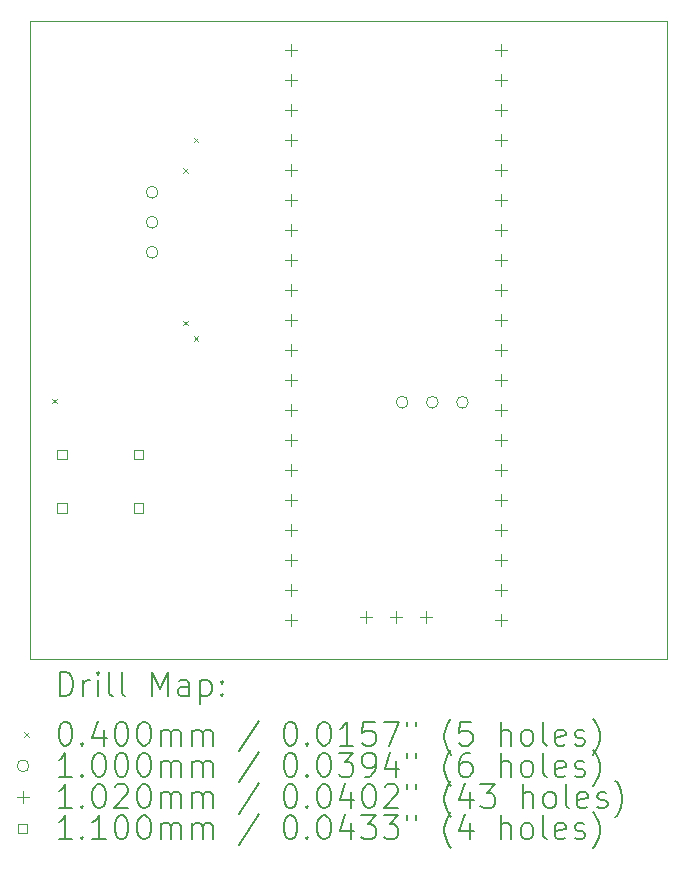
<source format=gbr>
%TF.GenerationSoftware,KiCad,Pcbnew,7.0.8*%
%TF.CreationDate,2023-10-07T15:53:17+09:00*%
%TF.ProjectId,KiCad,4b694361-642e-46b6-9963-61645f706362,rev?*%
%TF.SameCoordinates,PX41cdb40PY67f3540*%
%TF.FileFunction,Drillmap*%
%TF.FilePolarity,Positive*%
%FSLAX45Y45*%
G04 Gerber Fmt 4.5, Leading zero omitted, Abs format (unit mm)*
G04 Created by KiCad (PCBNEW 7.0.8) date 2023-10-07 15:53:17*
%MOMM*%
%LPD*%
G01*
G04 APERTURE LIST*
%ADD10C,0.100000*%
%ADD11C,0.200000*%
%ADD12C,0.040000*%
%ADD13C,0.102000*%
%ADD14C,0.110000*%
G04 APERTURE END LIST*
D10*
X5400000Y5400000D02*
X0Y5400000D01*
X0Y0D02*
X5400000Y0D01*
X0Y5400000D02*
X0Y0D01*
X5400000Y0D02*
X5400000Y5400000D01*
D11*
D12*
X190000Y2200000D02*
X230000Y2160000D01*
X230000Y2200000D02*
X190000Y2160000D01*
X1300000Y4150000D02*
X1340000Y4110000D01*
X1340000Y4150000D02*
X1300000Y4110000D01*
X1300000Y2860000D02*
X1340000Y2820000D01*
X1340000Y2860000D02*
X1300000Y2820000D01*
X1390000Y4410000D02*
X1430000Y4370000D01*
X1430000Y4410000D02*
X1390000Y4370000D01*
X1390000Y2730000D02*
X1430000Y2690000D01*
X1430000Y2730000D02*
X1390000Y2690000D01*
D10*
X1087500Y3948000D02*
G75*
G03*
X1087500Y3948000I-50000J0D01*
G01*
X1087500Y3694000D02*
G75*
G03*
X1087500Y3694000I-50000J0D01*
G01*
X1087500Y3440000D02*
G75*
G03*
X1087500Y3440000I-50000J0D01*
G01*
X3205000Y2170000D02*
G75*
G03*
X3205000Y2170000I-50000J0D01*
G01*
X3460000Y2170000D02*
G75*
G03*
X3460000Y2170000I-50000J0D01*
G01*
X3715000Y2170000D02*
G75*
G03*
X3715000Y2170000I-50000J0D01*
G01*
D13*
X2211000Y5204000D02*
X2211000Y5102000D01*
X2160000Y5153000D02*
X2262000Y5153000D01*
X2211000Y4950000D02*
X2211000Y4848000D01*
X2160000Y4899000D02*
X2262000Y4899000D01*
X2211000Y4696000D02*
X2211000Y4594000D01*
X2160000Y4645000D02*
X2262000Y4645000D01*
X2211000Y4442000D02*
X2211000Y4340000D01*
X2160000Y4391000D02*
X2262000Y4391000D01*
X2211000Y4188000D02*
X2211000Y4086000D01*
X2160000Y4137000D02*
X2262000Y4137000D01*
X2211000Y3934000D02*
X2211000Y3832000D01*
X2160000Y3883000D02*
X2262000Y3883000D01*
X2211000Y3680000D02*
X2211000Y3578000D01*
X2160000Y3629000D02*
X2262000Y3629000D01*
X2211000Y3426000D02*
X2211000Y3324000D01*
X2160000Y3375000D02*
X2262000Y3375000D01*
X2211000Y3172000D02*
X2211000Y3070000D01*
X2160000Y3121000D02*
X2262000Y3121000D01*
X2211000Y2918000D02*
X2211000Y2816000D01*
X2160000Y2867000D02*
X2262000Y2867000D01*
X2211000Y2664000D02*
X2211000Y2562000D01*
X2160000Y2613000D02*
X2262000Y2613000D01*
X2211000Y2410000D02*
X2211000Y2308000D01*
X2160000Y2359000D02*
X2262000Y2359000D01*
X2211000Y2156000D02*
X2211000Y2054000D01*
X2160000Y2105000D02*
X2262000Y2105000D01*
X2211000Y1902000D02*
X2211000Y1800000D01*
X2160000Y1851000D02*
X2262000Y1851000D01*
X2211000Y1648000D02*
X2211000Y1546000D01*
X2160000Y1597000D02*
X2262000Y1597000D01*
X2211000Y1394000D02*
X2211000Y1292000D01*
X2160000Y1343000D02*
X2262000Y1343000D01*
X2211000Y1140000D02*
X2211000Y1038000D01*
X2160000Y1089000D02*
X2262000Y1089000D01*
X2211000Y886000D02*
X2211000Y784000D01*
X2160000Y835000D02*
X2262000Y835000D01*
X2211000Y632000D02*
X2211000Y530000D01*
X2160000Y581000D02*
X2262000Y581000D01*
X2211000Y378000D02*
X2211000Y276000D01*
X2160000Y327000D02*
X2262000Y327000D01*
X2846000Y401000D02*
X2846000Y299000D01*
X2795000Y350000D02*
X2897000Y350000D01*
X3100000Y401000D02*
X3100000Y299000D01*
X3049000Y350000D02*
X3151000Y350000D01*
X3354000Y401000D02*
X3354000Y299000D01*
X3303000Y350000D02*
X3405000Y350000D01*
X3989000Y5204000D02*
X3989000Y5102000D01*
X3938000Y5153000D02*
X4040000Y5153000D01*
X3989000Y4950000D02*
X3989000Y4848000D01*
X3938000Y4899000D02*
X4040000Y4899000D01*
X3989000Y4696000D02*
X3989000Y4594000D01*
X3938000Y4645000D02*
X4040000Y4645000D01*
X3989000Y4442000D02*
X3989000Y4340000D01*
X3938000Y4391000D02*
X4040000Y4391000D01*
X3989000Y4188000D02*
X3989000Y4086000D01*
X3938000Y4137000D02*
X4040000Y4137000D01*
X3989000Y3934000D02*
X3989000Y3832000D01*
X3938000Y3883000D02*
X4040000Y3883000D01*
X3989000Y3680000D02*
X3989000Y3578000D01*
X3938000Y3629000D02*
X4040000Y3629000D01*
X3989000Y3426000D02*
X3989000Y3324000D01*
X3938000Y3375000D02*
X4040000Y3375000D01*
X3989000Y3172000D02*
X3989000Y3070000D01*
X3938000Y3121000D02*
X4040000Y3121000D01*
X3989000Y2918000D02*
X3989000Y2816000D01*
X3938000Y2867000D02*
X4040000Y2867000D01*
X3989000Y2664000D02*
X3989000Y2562000D01*
X3938000Y2613000D02*
X4040000Y2613000D01*
X3989000Y2410000D02*
X3989000Y2308000D01*
X3938000Y2359000D02*
X4040000Y2359000D01*
X3989000Y2156000D02*
X3989000Y2054000D01*
X3938000Y2105000D02*
X4040000Y2105000D01*
X3989000Y1902000D02*
X3989000Y1800000D01*
X3938000Y1851000D02*
X4040000Y1851000D01*
X3989000Y1648000D02*
X3989000Y1546000D01*
X3938000Y1597000D02*
X4040000Y1597000D01*
X3989000Y1394000D02*
X3989000Y1292000D01*
X3938000Y1343000D02*
X4040000Y1343000D01*
X3989000Y1140000D02*
X3989000Y1038000D01*
X3938000Y1089000D02*
X4040000Y1089000D01*
X3989000Y886000D02*
X3989000Y784000D01*
X3938000Y835000D02*
X4040000Y835000D01*
X3989000Y632000D02*
X3989000Y530000D01*
X3938000Y581000D02*
X4040000Y581000D01*
X3989000Y378000D02*
X3989000Y276000D01*
X3938000Y327000D02*
X4040000Y327000D01*
D14*
X313891Y1686109D02*
X313891Y1763891D01*
X236109Y1763891D01*
X236109Y1686109D01*
X313891Y1686109D01*
X313891Y1236109D02*
X313891Y1313891D01*
X236109Y1313891D01*
X236109Y1236109D01*
X313891Y1236109D01*
X963891Y1686109D02*
X963891Y1763891D01*
X886109Y1763891D01*
X886109Y1686109D01*
X963891Y1686109D01*
X963891Y1236109D02*
X963891Y1313891D01*
X886109Y1313891D01*
X886109Y1236109D01*
X963891Y1236109D01*
D11*
X255777Y-316484D02*
X255777Y-116484D01*
X255777Y-116484D02*
X303396Y-116484D01*
X303396Y-116484D02*
X331967Y-126008D01*
X331967Y-126008D02*
X351015Y-145055D01*
X351015Y-145055D02*
X360539Y-164103D01*
X360539Y-164103D02*
X370062Y-202198D01*
X370062Y-202198D02*
X370062Y-230769D01*
X370062Y-230769D02*
X360539Y-268865D01*
X360539Y-268865D02*
X351015Y-287912D01*
X351015Y-287912D02*
X331967Y-306960D01*
X331967Y-306960D02*
X303396Y-316484D01*
X303396Y-316484D02*
X255777Y-316484D01*
X455777Y-316484D02*
X455777Y-183150D01*
X455777Y-221246D02*
X465301Y-202198D01*
X465301Y-202198D02*
X474824Y-192674D01*
X474824Y-192674D02*
X493872Y-183150D01*
X493872Y-183150D02*
X512920Y-183150D01*
X579586Y-316484D02*
X579586Y-183150D01*
X579586Y-116484D02*
X570063Y-126008D01*
X570063Y-126008D02*
X579586Y-135531D01*
X579586Y-135531D02*
X589110Y-126008D01*
X589110Y-126008D02*
X579586Y-116484D01*
X579586Y-116484D02*
X579586Y-135531D01*
X703396Y-316484D02*
X684348Y-306960D01*
X684348Y-306960D02*
X674824Y-287912D01*
X674824Y-287912D02*
X674824Y-116484D01*
X808158Y-316484D02*
X789110Y-306960D01*
X789110Y-306960D02*
X779586Y-287912D01*
X779586Y-287912D02*
X779586Y-116484D01*
X1036729Y-316484D02*
X1036729Y-116484D01*
X1036729Y-116484D02*
X1103396Y-259341D01*
X1103396Y-259341D02*
X1170063Y-116484D01*
X1170063Y-116484D02*
X1170063Y-316484D01*
X1351015Y-316484D02*
X1351015Y-211722D01*
X1351015Y-211722D02*
X1341491Y-192674D01*
X1341491Y-192674D02*
X1322444Y-183150D01*
X1322444Y-183150D02*
X1284348Y-183150D01*
X1284348Y-183150D02*
X1265301Y-192674D01*
X1351015Y-306960D02*
X1331967Y-316484D01*
X1331967Y-316484D02*
X1284348Y-316484D01*
X1284348Y-316484D02*
X1265301Y-306960D01*
X1265301Y-306960D02*
X1255777Y-287912D01*
X1255777Y-287912D02*
X1255777Y-268865D01*
X1255777Y-268865D02*
X1265301Y-249817D01*
X1265301Y-249817D02*
X1284348Y-240293D01*
X1284348Y-240293D02*
X1331967Y-240293D01*
X1331967Y-240293D02*
X1351015Y-230769D01*
X1446253Y-183150D02*
X1446253Y-383150D01*
X1446253Y-192674D02*
X1465301Y-183150D01*
X1465301Y-183150D02*
X1503396Y-183150D01*
X1503396Y-183150D02*
X1522443Y-192674D01*
X1522443Y-192674D02*
X1531967Y-202198D01*
X1531967Y-202198D02*
X1541491Y-221246D01*
X1541491Y-221246D02*
X1541491Y-278389D01*
X1541491Y-278389D02*
X1531967Y-297436D01*
X1531967Y-297436D02*
X1522443Y-306960D01*
X1522443Y-306960D02*
X1503396Y-316484D01*
X1503396Y-316484D02*
X1465301Y-316484D01*
X1465301Y-316484D02*
X1446253Y-306960D01*
X1627205Y-297436D02*
X1636729Y-306960D01*
X1636729Y-306960D02*
X1627205Y-316484D01*
X1627205Y-316484D02*
X1617682Y-306960D01*
X1617682Y-306960D02*
X1627205Y-297436D01*
X1627205Y-297436D02*
X1627205Y-316484D01*
X1627205Y-192674D02*
X1636729Y-202198D01*
X1636729Y-202198D02*
X1627205Y-211722D01*
X1627205Y-211722D02*
X1617682Y-202198D01*
X1617682Y-202198D02*
X1627205Y-192674D01*
X1627205Y-192674D02*
X1627205Y-211722D01*
D12*
X-45000Y-625000D02*
X-5000Y-665000D01*
X-5000Y-625000D02*
X-45000Y-665000D01*
D11*
X293872Y-536484D02*
X312920Y-536484D01*
X312920Y-536484D02*
X331967Y-546008D01*
X331967Y-546008D02*
X341491Y-555531D01*
X341491Y-555531D02*
X351015Y-574579D01*
X351015Y-574579D02*
X360539Y-612674D01*
X360539Y-612674D02*
X360539Y-660293D01*
X360539Y-660293D02*
X351015Y-698389D01*
X351015Y-698389D02*
X341491Y-717436D01*
X341491Y-717436D02*
X331967Y-726960D01*
X331967Y-726960D02*
X312920Y-736484D01*
X312920Y-736484D02*
X293872Y-736484D01*
X293872Y-736484D02*
X274824Y-726960D01*
X274824Y-726960D02*
X265301Y-717436D01*
X265301Y-717436D02*
X255777Y-698389D01*
X255777Y-698389D02*
X246253Y-660293D01*
X246253Y-660293D02*
X246253Y-612674D01*
X246253Y-612674D02*
X255777Y-574579D01*
X255777Y-574579D02*
X265301Y-555531D01*
X265301Y-555531D02*
X274824Y-546008D01*
X274824Y-546008D02*
X293872Y-536484D01*
X446253Y-717436D02*
X455777Y-726960D01*
X455777Y-726960D02*
X446253Y-736484D01*
X446253Y-736484D02*
X436729Y-726960D01*
X436729Y-726960D02*
X446253Y-717436D01*
X446253Y-717436D02*
X446253Y-736484D01*
X627205Y-603150D02*
X627205Y-736484D01*
X579586Y-526960D02*
X531967Y-669817D01*
X531967Y-669817D02*
X655777Y-669817D01*
X770062Y-536484D02*
X789110Y-536484D01*
X789110Y-536484D02*
X808158Y-546008D01*
X808158Y-546008D02*
X817682Y-555531D01*
X817682Y-555531D02*
X827205Y-574579D01*
X827205Y-574579D02*
X836729Y-612674D01*
X836729Y-612674D02*
X836729Y-660293D01*
X836729Y-660293D02*
X827205Y-698389D01*
X827205Y-698389D02*
X817682Y-717436D01*
X817682Y-717436D02*
X808158Y-726960D01*
X808158Y-726960D02*
X789110Y-736484D01*
X789110Y-736484D02*
X770062Y-736484D01*
X770062Y-736484D02*
X751015Y-726960D01*
X751015Y-726960D02*
X741491Y-717436D01*
X741491Y-717436D02*
X731967Y-698389D01*
X731967Y-698389D02*
X722443Y-660293D01*
X722443Y-660293D02*
X722443Y-612674D01*
X722443Y-612674D02*
X731967Y-574579D01*
X731967Y-574579D02*
X741491Y-555531D01*
X741491Y-555531D02*
X751015Y-546008D01*
X751015Y-546008D02*
X770062Y-536484D01*
X960539Y-536484D02*
X979586Y-536484D01*
X979586Y-536484D02*
X998634Y-546008D01*
X998634Y-546008D02*
X1008158Y-555531D01*
X1008158Y-555531D02*
X1017682Y-574579D01*
X1017682Y-574579D02*
X1027205Y-612674D01*
X1027205Y-612674D02*
X1027205Y-660293D01*
X1027205Y-660293D02*
X1017682Y-698389D01*
X1017682Y-698389D02*
X1008158Y-717436D01*
X1008158Y-717436D02*
X998634Y-726960D01*
X998634Y-726960D02*
X979586Y-736484D01*
X979586Y-736484D02*
X960539Y-736484D01*
X960539Y-736484D02*
X941491Y-726960D01*
X941491Y-726960D02*
X931967Y-717436D01*
X931967Y-717436D02*
X922443Y-698389D01*
X922443Y-698389D02*
X912920Y-660293D01*
X912920Y-660293D02*
X912920Y-612674D01*
X912920Y-612674D02*
X922443Y-574579D01*
X922443Y-574579D02*
X931967Y-555531D01*
X931967Y-555531D02*
X941491Y-546008D01*
X941491Y-546008D02*
X960539Y-536484D01*
X1112920Y-736484D02*
X1112920Y-603150D01*
X1112920Y-622198D02*
X1122444Y-612674D01*
X1122444Y-612674D02*
X1141491Y-603150D01*
X1141491Y-603150D02*
X1170063Y-603150D01*
X1170063Y-603150D02*
X1189110Y-612674D01*
X1189110Y-612674D02*
X1198634Y-631722D01*
X1198634Y-631722D02*
X1198634Y-736484D01*
X1198634Y-631722D02*
X1208158Y-612674D01*
X1208158Y-612674D02*
X1227205Y-603150D01*
X1227205Y-603150D02*
X1255777Y-603150D01*
X1255777Y-603150D02*
X1274825Y-612674D01*
X1274825Y-612674D02*
X1284348Y-631722D01*
X1284348Y-631722D02*
X1284348Y-736484D01*
X1379586Y-736484D02*
X1379586Y-603150D01*
X1379586Y-622198D02*
X1389110Y-612674D01*
X1389110Y-612674D02*
X1408158Y-603150D01*
X1408158Y-603150D02*
X1436729Y-603150D01*
X1436729Y-603150D02*
X1455777Y-612674D01*
X1455777Y-612674D02*
X1465301Y-631722D01*
X1465301Y-631722D02*
X1465301Y-736484D01*
X1465301Y-631722D02*
X1474824Y-612674D01*
X1474824Y-612674D02*
X1493872Y-603150D01*
X1493872Y-603150D02*
X1522443Y-603150D01*
X1522443Y-603150D02*
X1541491Y-612674D01*
X1541491Y-612674D02*
X1551015Y-631722D01*
X1551015Y-631722D02*
X1551015Y-736484D01*
X1941491Y-526960D02*
X1770063Y-784103D01*
X2198634Y-536484D02*
X2217682Y-536484D01*
X2217682Y-536484D02*
X2236729Y-546008D01*
X2236729Y-546008D02*
X2246253Y-555531D01*
X2246253Y-555531D02*
X2255777Y-574579D01*
X2255777Y-574579D02*
X2265301Y-612674D01*
X2265301Y-612674D02*
X2265301Y-660293D01*
X2265301Y-660293D02*
X2255777Y-698389D01*
X2255777Y-698389D02*
X2246253Y-717436D01*
X2246253Y-717436D02*
X2236729Y-726960D01*
X2236729Y-726960D02*
X2217682Y-736484D01*
X2217682Y-736484D02*
X2198634Y-736484D01*
X2198634Y-736484D02*
X2179587Y-726960D01*
X2179587Y-726960D02*
X2170063Y-717436D01*
X2170063Y-717436D02*
X2160539Y-698389D01*
X2160539Y-698389D02*
X2151015Y-660293D01*
X2151015Y-660293D02*
X2151015Y-612674D01*
X2151015Y-612674D02*
X2160539Y-574579D01*
X2160539Y-574579D02*
X2170063Y-555531D01*
X2170063Y-555531D02*
X2179587Y-546008D01*
X2179587Y-546008D02*
X2198634Y-536484D01*
X2351015Y-717436D02*
X2360539Y-726960D01*
X2360539Y-726960D02*
X2351015Y-736484D01*
X2351015Y-736484D02*
X2341491Y-726960D01*
X2341491Y-726960D02*
X2351015Y-717436D01*
X2351015Y-717436D02*
X2351015Y-736484D01*
X2484348Y-536484D02*
X2503396Y-536484D01*
X2503396Y-536484D02*
X2522444Y-546008D01*
X2522444Y-546008D02*
X2531968Y-555531D01*
X2531968Y-555531D02*
X2541491Y-574579D01*
X2541491Y-574579D02*
X2551015Y-612674D01*
X2551015Y-612674D02*
X2551015Y-660293D01*
X2551015Y-660293D02*
X2541491Y-698389D01*
X2541491Y-698389D02*
X2531968Y-717436D01*
X2531968Y-717436D02*
X2522444Y-726960D01*
X2522444Y-726960D02*
X2503396Y-736484D01*
X2503396Y-736484D02*
X2484348Y-736484D01*
X2484348Y-736484D02*
X2465301Y-726960D01*
X2465301Y-726960D02*
X2455777Y-717436D01*
X2455777Y-717436D02*
X2446253Y-698389D01*
X2446253Y-698389D02*
X2436729Y-660293D01*
X2436729Y-660293D02*
X2436729Y-612674D01*
X2436729Y-612674D02*
X2446253Y-574579D01*
X2446253Y-574579D02*
X2455777Y-555531D01*
X2455777Y-555531D02*
X2465301Y-546008D01*
X2465301Y-546008D02*
X2484348Y-536484D01*
X2741491Y-736484D02*
X2627206Y-736484D01*
X2684348Y-736484D02*
X2684348Y-536484D01*
X2684348Y-536484D02*
X2665301Y-565055D01*
X2665301Y-565055D02*
X2646253Y-584103D01*
X2646253Y-584103D02*
X2627206Y-593627D01*
X2922444Y-536484D02*
X2827206Y-536484D01*
X2827206Y-536484D02*
X2817682Y-631722D01*
X2817682Y-631722D02*
X2827206Y-622198D01*
X2827206Y-622198D02*
X2846253Y-612674D01*
X2846253Y-612674D02*
X2893872Y-612674D01*
X2893872Y-612674D02*
X2912920Y-622198D01*
X2912920Y-622198D02*
X2922444Y-631722D01*
X2922444Y-631722D02*
X2931967Y-650770D01*
X2931967Y-650770D02*
X2931967Y-698389D01*
X2931967Y-698389D02*
X2922444Y-717436D01*
X2922444Y-717436D02*
X2912920Y-726960D01*
X2912920Y-726960D02*
X2893872Y-736484D01*
X2893872Y-736484D02*
X2846253Y-736484D01*
X2846253Y-736484D02*
X2827206Y-726960D01*
X2827206Y-726960D02*
X2817682Y-717436D01*
X2998634Y-536484D02*
X3131967Y-536484D01*
X3131967Y-536484D02*
X3046253Y-736484D01*
X3198634Y-536484D02*
X3198634Y-574579D01*
X3274825Y-536484D02*
X3274825Y-574579D01*
X3570063Y-812674D02*
X3560539Y-803150D01*
X3560539Y-803150D02*
X3541491Y-774579D01*
X3541491Y-774579D02*
X3531968Y-755531D01*
X3531968Y-755531D02*
X3522444Y-726960D01*
X3522444Y-726960D02*
X3512920Y-679341D01*
X3512920Y-679341D02*
X3512920Y-641246D01*
X3512920Y-641246D02*
X3522444Y-593627D01*
X3522444Y-593627D02*
X3531968Y-565055D01*
X3531968Y-565055D02*
X3541491Y-546008D01*
X3541491Y-546008D02*
X3560539Y-517436D01*
X3560539Y-517436D02*
X3570063Y-507912D01*
X3741491Y-536484D02*
X3646253Y-536484D01*
X3646253Y-536484D02*
X3636729Y-631722D01*
X3636729Y-631722D02*
X3646253Y-622198D01*
X3646253Y-622198D02*
X3665301Y-612674D01*
X3665301Y-612674D02*
X3712920Y-612674D01*
X3712920Y-612674D02*
X3731968Y-622198D01*
X3731968Y-622198D02*
X3741491Y-631722D01*
X3741491Y-631722D02*
X3751015Y-650770D01*
X3751015Y-650770D02*
X3751015Y-698389D01*
X3751015Y-698389D02*
X3741491Y-717436D01*
X3741491Y-717436D02*
X3731968Y-726960D01*
X3731968Y-726960D02*
X3712920Y-736484D01*
X3712920Y-736484D02*
X3665301Y-736484D01*
X3665301Y-736484D02*
X3646253Y-726960D01*
X3646253Y-726960D02*
X3636729Y-717436D01*
X3989110Y-736484D02*
X3989110Y-536484D01*
X4074825Y-736484D02*
X4074825Y-631722D01*
X4074825Y-631722D02*
X4065301Y-612674D01*
X4065301Y-612674D02*
X4046253Y-603150D01*
X4046253Y-603150D02*
X4017682Y-603150D01*
X4017682Y-603150D02*
X3998634Y-612674D01*
X3998634Y-612674D02*
X3989110Y-622198D01*
X4198634Y-736484D02*
X4179587Y-726960D01*
X4179587Y-726960D02*
X4170063Y-717436D01*
X4170063Y-717436D02*
X4160539Y-698389D01*
X4160539Y-698389D02*
X4160539Y-641246D01*
X4160539Y-641246D02*
X4170063Y-622198D01*
X4170063Y-622198D02*
X4179587Y-612674D01*
X4179587Y-612674D02*
X4198634Y-603150D01*
X4198634Y-603150D02*
X4227206Y-603150D01*
X4227206Y-603150D02*
X4246253Y-612674D01*
X4246253Y-612674D02*
X4255777Y-622198D01*
X4255777Y-622198D02*
X4265301Y-641246D01*
X4265301Y-641246D02*
X4265301Y-698389D01*
X4265301Y-698389D02*
X4255777Y-717436D01*
X4255777Y-717436D02*
X4246253Y-726960D01*
X4246253Y-726960D02*
X4227206Y-736484D01*
X4227206Y-736484D02*
X4198634Y-736484D01*
X4379587Y-736484D02*
X4360539Y-726960D01*
X4360539Y-726960D02*
X4351015Y-707912D01*
X4351015Y-707912D02*
X4351015Y-536484D01*
X4531968Y-726960D02*
X4512920Y-736484D01*
X4512920Y-736484D02*
X4474825Y-736484D01*
X4474825Y-736484D02*
X4455777Y-726960D01*
X4455777Y-726960D02*
X4446253Y-707912D01*
X4446253Y-707912D02*
X4446253Y-631722D01*
X4446253Y-631722D02*
X4455777Y-612674D01*
X4455777Y-612674D02*
X4474825Y-603150D01*
X4474825Y-603150D02*
X4512920Y-603150D01*
X4512920Y-603150D02*
X4531968Y-612674D01*
X4531968Y-612674D02*
X4541492Y-631722D01*
X4541492Y-631722D02*
X4541492Y-650770D01*
X4541492Y-650770D02*
X4446253Y-669817D01*
X4617682Y-726960D02*
X4636730Y-736484D01*
X4636730Y-736484D02*
X4674825Y-736484D01*
X4674825Y-736484D02*
X4693873Y-726960D01*
X4693873Y-726960D02*
X4703396Y-707912D01*
X4703396Y-707912D02*
X4703396Y-698389D01*
X4703396Y-698389D02*
X4693873Y-679341D01*
X4693873Y-679341D02*
X4674825Y-669817D01*
X4674825Y-669817D02*
X4646253Y-669817D01*
X4646253Y-669817D02*
X4627206Y-660293D01*
X4627206Y-660293D02*
X4617682Y-641246D01*
X4617682Y-641246D02*
X4617682Y-631722D01*
X4617682Y-631722D02*
X4627206Y-612674D01*
X4627206Y-612674D02*
X4646253Y-603150D01*
X4646253Y-603150D02*
X4674825Y-603150D01*
X4674825Y-603150D02*
X4693873Y-612674D01*
X4770063Y-812674D02*
X4779587Y-803150D01*
X4779587Y-803150D02*
X4798634Y-774579D01*
X4798634Y-774579D02*
X4808158Y-755531D01*
X4808158Y-755531D02*
X4817682Y-726960D01*
X4817682Y-726960D02*
X4827206Y-679341D01*
X4827206Y-679341D02*
X4827206Y-641246D01*
X4827206Y-641246D02*
X4817682Y-593627D01*
X4817682Y-593627D02*
X4808158Y-565055D01*
X4808158Y-565055D02*
X4798634Y-546008D01*
X4798634Y-546008D02*
X4779587Y-517436D01*
X4779587Y-517436D02*
X4770063Y-507912D01*
D10*
X-5000Y-909000D02*
G75*
G03*
X-5000Y-909000I-50000J0D01*
G01*
D11*
X360539Y-1000484D02*
X246253Y-1000484D01*
X303396Y-1000484D02*
X303396Y-800484D01*
X303396Y-800484D02*
X284348Y-829055D01*
X284348Y-829055D02*
X265301Y-848103D01*
X265301Y-848103D02*
X246253Y-857627D01*
X446253Y-981436D02*
X455777Y-990960D01*
X455777Y-990960D02*
X446253Y-1000484D01*
X446253Y-1000484D02*
X436729Y-990960D01*
X436729Y-990960D02*
X446253Y-981436D01*
X446253Y-981436D02*
X446253Y-1000484D01*
X579586Y-800484D02*
X598634Y-800484D01*
X598634Y-800484D02*
X617682Y-810008D01*
X617682Y-810008D02*
X627205Y-819531D01*
X627205Y-819531D02*
X636729Y-838579D01*
X636729Y-838579D02*
X646253Y-876674D01*
X646253Y-876674D02*
X646253Y-924293D01*
X646253Y-924293D02*
X636729Y-962388D01*
X636729Y-962388D02*
X627205Y-981436D01*
X627205Y-981436D02*
X617682Y-990960D01*
X617682Y-990960D02*
X598634Y-1000484D01*
X598634Y-1000484D02*
X579586Y-1000484D01*
X579586Y-1000484D02*
X560539Y-990960D01*
X560539Y-990960D02*
X551015Y-981436D01*
X551015Y-981436D02*
X541491Y-962388D01*
X541491Y-962388D02*
X531967Y-924293D01*
X531967Y-924293D02*
X531967Y-876674D01*
X531967Y-876674D02*
X541491Y-838579D01*
X541491Y-838579D02*
X551015Y-819531D01*
X551015Y-819531D02*
X560539Y-810008D01*
X560539Y-810008D02*
X579586Y-800484D01*
X770062Y-800484D02*
X789110Y-800484D01*
X789110Y-800484D02*
X808158Y-810008D01*
X808158Y-810008D02*
X817682Y-819531D01*
X817682Y-819531D02*
X827205Y-838579D01*
X827205Y-838579D02*
X836729Y-876674D01*
X836729Y-876674D02*
X836729Y-924293D01*
X836729Y-924293D02*
X827205Y-962388D01*
X827205Y-962388D02*
X817682Y-981436D01*
X817682Y-981436D02*
X808158Y-990960D01*
X808158Y-990960D02*
X789110Y-1000484D01*
X789110Y-1000484D02*
X770062Y-1000484D01*
X770062Y-1000484D02*
X751015Y-990960D01*
X751015Y-990960D02*
X741491Y-981436D01*
X741491Y-981436D02*
X731967Y-962388D01*
X731967Y-962388D02*
X722443Y-924293D01*
X722443Y-924293D02*
X722443Y-876674D01*
X722443Y-876674D02*
X731967Y-838579D01*
X731967Y-838579D02*
X741491Y-819531D01*
X741491Y-819531D02*
X751015Y-810008D01*
X751015Y-810008D02*
X770062Y-800484D01*
X960539Y-800484D02*
X979586Y-800484D01*
X979586Y-800484D02*
X998634Y-810008D01*
X998634Y-810008D02*
X1008158Y-819531D01*
X1008158Y-819531D02*
X1017682Y-838579D01*
X1017682Y-838579D02*
X1027205Y-876674D01*
X1027205Y-876674D02*
X1027205Y-924293D01*
X1027205Y-924293D02*
X1017682Y-962388D01*
X1017682Y-962388D02*
X1008158Y-981436D01*
X1008158Y-981436D02*
X998634Y-990960D01*
X998634Y-990960D02*
X979586Y-1000484D01*
X979586Y-1000484D02*
X960539Y-1000484D01*
X960539Y-1000484D02*
X941491Y-990960D01*
X941491Y-990960D02*
X931967Y-981436D01*
X931967Y-981436D02*
X922443Y-962388D01*
X922443Y-962388D02*
X912920Y-924293D01*
X912920Y-924293D02*
X912920Y-876674D01*
X912920Y-876674D02*
X922443Y-838579D01*
X922443Y-838579D02*
X931967Y-819531D01*
X931967Y-819531D02*
X941491Y-810008D01*
X941491Y-810008D02*
X960539Y-800484D01*
X1112920Y-1000484D02*
X1112920Y-867150D01*
X1112920Y-886198D02*
X1122444Y-876674D01*
X1122444Y-876674D02*
X1141491Y-867150D01*
X1141491Y-867150D02*
X1170063Y-867150D01*
X1170063Y-867150D02*
X1189110Y-876674D01*
X1189110Y-876674D02*
X1198634Y-895722D01*
X1198634Y-895722D02*
X1198634Y-1000484D01*
X1198634Y-895722D02*
X1208158Y-876674D01*
X1208158Y-876674D02*
X1227205Y-867150D01*
X1227205Y-867150D02*
X1255777Y-867150D01*
X1255777Y-867150D02*
X1274825Y-876674D01*
X1274825Y-876674D02*
X1284348Y-895722D01*
X1284348Y-895722D02*
X1284348Y-1000484D01*
X1379586Y-1000484D02*
X1379586Y-867150D01*
X1379586Y-886198D02*
X1389110Y-876674D01*
X1389110Y-876674D02*
X1408158Y-867150D01*
X1408158Y-867150D02*
X1436729Y-867150D01*
X1436729Y-867150D02*
X1455777Y-876674D01*
X1455777Y-876674D02*
X1465301Y-895722D01*
X1465301Y-895722D02*
X1465301Y-1000484D01*
X1465301Y-895722D02*
X1474824Y-876674D01*
X1474824Y-876674D02*
X1493872Y-867150D01*
X1493872Y-867150D02*
X1522443Y-867150D01*
X1522443Y-867150D02*
X1541491Y-876674D01*
X1541491Y-876674D02*
X1551015Y-895722D01*
X1551015Y-895722D02*
X1551015Y-1000484D01*
X1941491Y-790960D02*
X1770063Y-1048103D01*
X2198634Y-800484D02*
X2217682Y-800484D01*
X2217682Y-800484D02*
X2236729Y-810008D01*
X2236729Y-810008D02*
X2246253Y-819531D01*
X2246253Y-819531D02*
X2255777Y-838579D01*
X2255777Y-838579D02*
X2265301Y-876674D01*
X2265301Y-876674D02*
X2265301Y-924293D01*
X2265301Y-924293D02*
X2255777Y-962388D01*
X2255777Y-962388D02*
X2246253Y-981436D01*
X2246253Y-981436D02*
X2236729Y-990960D01*
X2236729Y-990960D02*
X2217682Y-1000484D01*
X2217682Y-1000484D02*
X2198634Y-1000484D01*
X2198634Y-1000484D02*
X2179587Y-990960D01*
X2179587Y-990960D02*
X2170063Y-981436D01*
X2170063Y-981436D02*
X2160539Y-962388D01*
X2160539Y-962388D02*
X2151015Y-924293D01*
X2151015Y-924293D02*
X2151015Y-876674D01*
X2151015Y-876674D02*
X2160539Y-838579D01*
X2160539Y-838579D02*
X2170063Y-819531D01*
X2170063Y-819531D02*
X2179587Y-810008D01*
X2179587Y-810008D02*
X2198634Y-800484D01*
X2351015Y-981436D02*
X2360539Y-990960D01*
X2360539Y-990960D02*
X2351015Y-1000484D01*
X2351015Y-1000484D02*
X2341491Y-990960D01*
X2341491Y-990960D02*
X2351015Y-981436D01*
X2351015Y-981436D02*
X2351015Y-1000484D01*
X2484348Y-800484D02*
X2503396Y-800484D01*
X2503396Y-800484D02*
X2522444Y-810008D01*
X2522444Y-810008D02*
X2531968Y-819531D01*
X2531968Y-819531D02*
X2541491Y-838579D01*
X2541491Y-838579D02*
X2551015Y-876674D01*
X2551015Y-876674D02*
X2551015Y-924293D01*
X2551015Y-924293D02*
X2541491Y-962388D01*
X2541491Y-962388D02*
X2531968Y-981436D01*
X2531968Y-981436D02*
X2522444Y-990960D01*
X2522444Y-990960D02*
X2503396Y-1000484D01*
X2503396Y-1000484D02*
X2484348Y-1000484D01*
X2484348Y-1000484D02*
X2465301Y-990960D01*
X2465301Y-990960D02*
X2455777Y-981436D01*
X2455777Y-981436D02*
X2446253Y-962388D01*
X2446253Y-962388D02*
X2436729Y-924293D01*
X2436729Y-924293D02*
X2436729Y-876674D01*
X2436729Y-876674D02*
X2446253Y-838579D01*
X2446253Y-838579D02*
X2455777Y-819531D01*
X2455777Y-819531D02*
X2465301Y-810008D01*
X2465301Y-810008D02*
X2484348Y-800484D01*
X2617682Y-800484D02*
X2741491Y-800484D01*
X2741491Y-800484D02*
X2674825Y-876674D01*
X2674825Y-876674D02*
X2703396Y-876674D01*
X2703396Y-876674D02*
X2722444Y-886198D01*
X2722444Y-886198D02*
X2731968Y-895722D01*
X2731968Y-895722D02*
X2741491Y-914769D01*
X2741491Y-914769D02*
X2741491Y-962388D01*
X2741491Y-962388D02*
X2731968Y-981436D01*
X2731968Y-981436D02*
X2722444Y-990960D01*
X2722444Y-990960D02*
X2703396Y-1000484D01*
X2703396Y-1000484D02*
X2646253Y-1000484D01*
X2646253Y-1000484D02*
X2627206Y-990960D01*
X2627206Y-990960D02*
X2617682Y-981436D01*
X2836729Y-1000484D02*
X2874825Y-1000484D01*
X2874825Y-1000484D02*
X2893872Y-990960D01*
X2893872Y-990960D02*
X2903396Y-981436D01*
X2903396Y-981436D02*
X2922444Y-952865D01*
X2922444Y-952865D02*
X2931967Y-914769D01*
X2931967Y-914769D02*
X2931967Y-838579D01*
X2931967Y-838579D02*
X2922444Y-819531D01*
X2922444Y-819531D02*
X2912920Y-810008D01*
X2912920Y-810008D02*
X2893872Y-800484D01*
X2893872Y-800484D02*
X2855777Y-800484D01*
X2855777Y-800484D02*
X2836729Y-810008D01*
X2836729Y-810008D02*
X2827206Y-819531D01*
X2827206Y-819531D02*
X2817682Y-838579D01*
X2817682Y-838579D02*
X2817682Y-886198D01*
X2817682Y-886198D02*
X2827206Y-905246D01*
X2827206Y-905246D02*
X2836729Y-914769D01*
X2836729Y-914769D02*
X2855777Y-924293D01*
X2855777Y-924293D02*
X2893872Y-924293D01*
X2893872Y-924293D02*
X2912920Y-914769D01*
X2912920Y-914769D02*
X2922444Y-905246D01*
X2922444Y-905246D02*
X2931967Y-886198D01*
X3103396Y-867150D02*
X3103396Y-1000484D01*
X3055777Y-790960D02*
X3008158Y-933817D01*
X3008158Y-933817D02*
X3131967Y-933817D01*
X3198634Y-800484D02*
X3198634Y-838579D01*
X3274825Y-800484D02*
X3274825Y-838579D01*
X3570063Y-1076674D02*
X3560539Y-1067150D01*
X3560539Y-1067150D02*
X3541491Y-1038579D01*
X3541491Y-1038579D02*
X3531968Y-1019531D01*
X3531968Y-1019531D02*
X3522444Y-990960D01*
X3522444Y-990960D02*
X3512920Y-943341D01*
X3512920Y-943341D02*
X3512920Y-905246D01*
X3512920Y-905246D02*
X3522444Y-857627D01*
X3522444Y-857627D02*
X3531968Y-829055D01*
X3531968Y-829055D02*
X3541491Y-810008D01*
X3541491Y-810008D02*
X3560539Y-781436D01*
X3560539Y-781436D02*
X3570063Y-771912D01*
X3731968Y-800484D02*
X3693872Y-800484D01*
X3693872Y-800484D02*
X3674825Y-810008D01*
X3674825Y-810008D02*
X3665301Y-819531D01*
X3665301Y-819531D02*
X3646253Y-848103D01*
X3646253Y-848103D02*
X3636729Y-886198D01*
X3636729Y-886198D02*
X3636729Y-962388D01*
X3636729Y-962388D02*
X3646253Y-981436D01*
X3646253Y-981436D02*
X3655777Y-990960D01*
X3655777Y-990960D02*
X3674825Y-1000484D01*
X3674825Y-1000484D02*
X3712920Y-1000484D01*
X3712920Y-1000484D02*
X3731968Y-990960D01*
X3731968Y-990960D02*
X3741491Y-981436D01*
X3741491Y-981436D02*
X3751015Y-962388D01*
X3751015Y-962388D02*
X3751015Y-914769D01*
X3751015Y-914769D02*
X3741491Y-895722D01*
X3741491Y-895722D02*
X3731968Y-886198D01*
X3731968Y-886198D02*
X3712920Y-876674D01*
X3712920Y-876674D02*
X3674825Y-876674D01*
X3674825Y-876674D02*
X3655777Y-886198D01*
X3655777Y-886198D02*
X3646253Y-895722D01*
X3646253Y-895722D02*
X3636729Y-914769D01*
X3989110Y-1000484D02*
X3989110Y-800484D01*
X4074825Y-1000484D02*
X4074825Y-895722D01*
X4074825Y-895722D02*
X4065301Y-876674D01*
X4065301Y-876674D02*
X4046253Y-867150D01*
X4046253Y-867150D02*
X4017682Y-867150D01*
X4017682Y-867150D02*
X3998634Y-876674D01*
X3998634Y-876674D02*
X3989110Y-886198D01*
X4198634Y-1000484D02*
X4179587Y-990960D01*
X4179587Y-990960D02*
X4170063Y-981436D01*
X4170063Y-981436D02*
X4160539Y-962388D01*
X4160539Y-962388D02*
X4160539Y-905246D01*
X4160539Y-905246D02*
X4170063Y-886198D01*
X4170063Y-886198D02*
X4179587Y-876674D01*
X4179587Y-876674D02*
X4198634Y-867150D01*
X4198634Y-867150D02*
X4227206Y-867150D01*
X4227206Y-867150D02*
X4246253Y-876674D01*
X4246253Y-876674D02*
X4255777Y-886198D01*
X4255777Y-886198D02*
X4265301Y-905246D01*
X4265301Y-905246D02*
X4265301Y-962388D01*
X4265301Y-962388D02*
X4255777Y-981436D01*
X4255777Y-981436D02*
X4246253Y-990960D01*
X4246253Y-990960D02*
X4227206Y-1000484D01*
X4227206Y-1000484D02*
X4198634Y-1000484D01*
X4379587Y-1000484D02*
X4360539Y-990960D01*
X4360539Y-990960D02*
X4351015Y-971912D01*
X4351015Y-971912D02*
X4351015Y-800484D01*
X4531968Y-990960D02*
X4512920Y-1000484D01*
X4512920Y-1000484D02*
X4474825Y-1000484D01*
X4474825Y-1000484D02*
X4455777Y-990960D01*
X4455777Y-990960D02*
X4446253Y-971912D01*
X4446253Y-971912D02*
X4446253Y-895722D01*
X4446253Y-895722D02*
X4455777Y-876674D01*
X4455777Y-876674D02*
X4474825Y-867150D01*
X4474825Y-867150D02*
X4512920Y-867150D01*
X4512920Y-867150D02*
X4531968Y-876674D01*
X4531968Y-876674D02*
X4541492Y-895722D01*
X4541492Y-895722D02*
X4541492Y-914769D01*
X4541492Y-914769D02*
X4446253Y-933817D01*
X4617682Y-990960D02*
X4636730Y-1000484D01*
X4636730Y-1000484D02*
X4674825Y-1000484D01*
X4674825Y-1000484D02*
X4693873Y-990960D01*
X4693873Y-990960D02*
X4703396Y-971912D01*
X4703396Y-971912D02*
X4703396Y-962388D01*
X4703396Y-962388D02*
X4693873Y-943341D01*
X4693873Y-943341D02*
X4674825Y-933817D01*
X4674825Y-933817D02*
X4646253Y-933817D01*
X4646253Y-933817D02*
X4627206Y-924293D01*
X4627206Y-924293D02*
X4617682Y-905246D01*
X4617682Y-905246D02*
X4617682Y-895722D01*
X4617682Y-895722D02*
X4627206Y-876674D01*
X4627206Y-876674D02*
X4646253Y-867150D01*
X4646253Y-867150D02*
X4674825Y-867150D01*
X4674825Y-867150D02*
X4693873Y-876674D01*
X4770063Y-1076674D02*
X4779587Y-1067150D01*
X4779587Y-1067150D02*
X4798634Y-1038579D01*
X4798634Y-1038579D02*
X4808158Y-1019531D01*
X4808158Y-1019531D02*
X4817682Y-990960D01*
X4817682Y-990960D02*
X4827206Y-943341D01*
X4827206Y-943341D02*
X4827206Y-905246D01*
X4827206Y-905246D02*
X4817682Y-857627D01*
X4817682Y-857627D02*
X4808158Y-829055D01*
X4808158Y-829055D02*
X4798634Y-810008D01*
X4798634Y-810008D02*
X4779587Y-781436D01*
X4779587Y-781436D02*
X4770063Y-771912D01*
D13*
X-56000Y-1122000D02*
X-56000Y-1224000D01*
X-107000Y-1173000D02*
X-5000Y-1173000D01*
D11*
X360539Y-1264484D02*
X246253Y-1264484D01*
X303396Y-1264484D02*
X303396Y-1064484D01*
X303396Y-1064484D02*
X284348Y-1093055D01*
X284348Y-1093055D02*
X265301Y-1112103D01*
X265301Y-1112103D02*
X246253Y-1121627D01*
X446253Y-1245436D02*
X455777Y-1254960D01*
X455777Y-1254960D02*
X446253Y-1264484D01*
X446253Y-1264484D02*
X436729Y-1254960D01*
X436729Y-1254960D02*
X446253Y-1245436D01*
X446253Y-1245436D02*
X446253Y-1264484D01*
X579586Y-1064484D02*
X598634Y-1064484D01*
X598634Y-1064484D02*
X617682Y-1074008D01*
X617682Y-1074008D02*
X627205Y-1083531D01*
X627205Y-1083531D02*
X636729Y-1102579D01*
X636729Y-1102579D02*
X646253Y-1140674D01*
X646253Y-1140674D02*
X646253Y-1188293D01*
X646253Y-1188293D02*
X636729Y-1226389D01*
X636729Y-1226389D02*
X627205Y-1245436D01*
X627205Y-1245436D02*
X617682Y-1254960D01*
X617682Y-1254960D02*
X598634Y-1264484D01*
X598634Y-1264484D02*
X579586Y-1264484D01*
X579586Y-1264484D02*
X560539Y-1254960D01*
X560539Y-1254960D02*
X551015Y-1245436D01*
X551015Y-1245436D02*
X541491Y-1226389D01*
X541491Y-1226389D02*
X531967Y-1188293D01*
X531967Y-1188293D02*
X531967Y-1140674D01*
X531967Y-1140674D02*
X541491Y-1102579D01*
X541491Y-1102579D02*
X551015Y-1083531D01*
X551015Y-1083531D02*
X560539Y-1074008D01*
X560539Y-1074008D02*
X579586Y-1064484D01*
X722443Y-1083531D02*
X731967Y-1074008D01*
X731967Y-1074008D02*
X751015Y-1064484D01*
X751015Y-1064484D02*
X798634Y-1064484D01*
X798634Y-1064484D02*
X817682Y-1074008D01*
X817682Y-1074008D02*
X827205Y-1083531D01*
X827205Y-1083531D02*
X836729Y-1102579D01*
X836729Y-1102579D02*
X836729Y-1121627D01*
X836729Y-1121627D02*
X827205Y-1150198D01*
X827205Y-1150198D02*
X712920Y-1264484D01*
X712920Y-1264484D02*
X836729Y-1264484D01*
X960539Y-1064484D02*
X979586Y-1064484D01*
X979586Y-1064484D02*
X998634Y-1074008D01*
X998634Y-1074008D02*
X1008158Y-1083531D01*
X1008158Y-1083531D02*
X1017682Y-1102579D01*
X1017682Y-1102579D02*
X1027205Y-1140674D01*
X1027205Y-1140674D02*
X1027205Y-1188293D01*
X1027205Y-1188293D02*
X1017682Y-1226389D01*
X1017682Y-1226389D02*
X1008158Y-1245436D01*
X1008158Y-1245436D02*
X998634Y-1254960D01*
X998634Y-1254960D02*
X979586Y-1264484D01*
X979586Y-1264484D02*
X960539Y-1264484D01*
X960539Y-1264484D02*
X941491Y-1254960D01*
X941491Y-1254960D02*
X931967Y-1245436D01*
X931967Y-1245436D02*
X922443Y-1226389D01*
X922443Y-1226389D02*
X912920Y-1188293D01*
X912920Y-1188293D02*
X912920Y-1140674D01*
X912920Y-1140674D02*
X922443Y-1102579D01*
X922443Y-1102579D02*
X931967Y-1083531D01*
X931967Y-1083531D02*
X941491Y-1074008D01*
X941491Y-1074008D02*
X960539Y-1064484D01*
X1112920Y-1264484D02*
X1112920Y-1131150D01*
X1112920Y-1150198D02*
X1122444Y-1140674D01*
X1122444Y-1140674D02*
X1141491Y-1131150D01*
X1141491Y-1131150D02*
X1170063Y-1131150D01*
X1170063Y-1131150D02*
X1189110Y-1140674D01*
X1189110Y-1140674D02*
X1198634Y-1159722D01*
X1198634Y-1159722D02*
X1198634Y-1264484D01*
X1198634Y-1159722D02*
X1208158Y-1140674D01*
X1208158Y-1140674D02*
X1227205Y-1131150D01*
X1227205Y-1131150D02*
X1255777Y-1131150D01*
X1255777Y-1131150D02*
X1274825Y-1140674D01*
X1274825Y-1140674D02*
X1284348Y-1159722D01*
X1284348Y-1159722D02*
X1284348Y-1264484D01*
X1379586Y-1264484D02*
X1379586Y-1131150D01*
X1379586Y-1150198D02*
X1389110Y-1140674D01*
X1389110Y-1140674D02*
X1408158Y-1131150D01*
X1408158Y-1131150D02*
X1436729Y-1131150D01*
X1436729Y-1131150D02*
X1455777Y-1140674D01*
X1455777Y-1140674D02*
X1465301Y-1159722D01*
X1465301Y-1159722D02*
X1465301Y-1264484D01*
X1465301Y-1159722D02*
X1474824Y-1140674D01*
X1474824Y-1140674D02*
X1493872Y-1131150D01*
X1493872Y-1131150D02*
X1522443Y-1131150D01*
X1522443Y-1131150D02*
X1541491Y-1140674D01*
X1541491Y-1140674D02*
X1551015Y-1159722D01*
X1551015Y-1159722D02*
X1551015Y-1264484D01*
X1941491Y-1054960D02*
X1770063Y-1312103D01*
X2198634Y-1064484D02*
X2217682Y-1064484D01*
X2217682Y-1064484D02*
X2236729Y-1074008D01*
X2236729Y-1074008D02*
X2246253Y-1083531D01*
X2246253Y-1083531D02*
X2255777Y-1102579D01*
X2255777Y-1102579D02*
X2265301Y-1140674D01*
X2265301Y-1140674D02*
X2265301Y-1188293D01*
X2265301Y-1188293D02*
X2255777Y-1226389D01*
X2255777Y-1226389D02*
X2246253Y-1245436D01*
X2246253Y-1245436D02*
X2236729Y-1254960D01*
X2236729Y-1254960D02*
X2217682Y-1264484D01*
X2217682Y-1264484D02*
X2198634Y-1264484D01*
X2198634Y-1264484D02*
X2179587Y-1254960D01*
X2179587Y-1254960D02*
X2170063Y-1245436D01*
X2170063Y-1245436D02*
X2160539Y-1226389D01*
X2160539Y-1226389D02*
X2151015Y-1188293D01*
X2151015Y-1188293D02*
X2151015Y-1140674D01*
X2151015Y-1140674D02*
X2160539Y-1102579D01*
X2160539Y-1102579D02*
X2170063Y-1083531D01*
X2170063Y-1083531D02*
X2179587Y-1074008D01*
X2179587Y-1074008D02*
X2198634Y-1064484D01*
X2351015Y-1245436D02*
X2360539Y-1254960D01*
X2360539Y-1254960D02*
X2351015Y-1264484D01*
X2351015Y-1264484D02*
X2341491Y-1254960D01*
X2341491Y-1254960D02*
X2351015Y-1245436D01*
X2351015Y-1245436D02*
X2351015Y-1264484D01*
X2484348Y-1064484D02*
X2503396Y-1064484D01*
X2503396Y-1064484D02*
X2522444Y-1074008D01*
X2522444Y-1074008D02*
X2531968Y-1083531D01*
X2531968Y-1083531D02*
X2541491Y-1102579D01*
X2541491Y-1102579D02*
X2551015Y-1140674D01*
X2551015Y-1140674D02*
X2551015Y-1188293D01*
X2551015Y-1188293D02*
X2541491Y-1226389D01*
X2541491Y-1226389D02*
X2531968Y-1245436D01*
X2531968Y-1245436D02*
X2522444Y-1254960D01*
X2522444Y-1254960D02*
X2503396Y-1264484D01*
X2503396Y-1264484D02*
X2484348Y-1264484D01*
X2484348Y-1264484D02*
X2465301Y-1254960D01*
X2465301Y-1254960D02*
X2455777Y-1245436D01*
X2455777Y-1245436D02*
X2446253Y-1226389D01*
X2446253Y-1226389D02*
X2436729Y-1188293D01*
X2436729Y-1188293D02*
X2436729Y-1140674D01*
X2436729Y-1140674D02*
X2446253Y-1102579D01*
X2446253Y-1102579D02*
X2455777Y-1083531D01*
X2455777Y-1083531D02*
X2465301Y-1074008D01*
X2465301Y-1074008D02*
X2484348Y-1064484D01*
X2722444Y-1131150D02*
X2722444Y-1264484D01*
X2674825Y-1054960D02*
X2627206Y-1197817D01*
X2627206Y-1197817D02*
X2751015Y-1197817D01*
X2865301Y-1064484D02*
X2884348Y-1064484D01*
X2884348Y-1064484D02*
X2903396Y-1074008D01*
X2903396Y-1074008D02*
X2912920Y-1083531D01*
X2912920Y-1083531D02*
X2922444Y-1102579D01*
X2922444Y-1102579D02*
X2931967Y-1140674D01*
X2931967Y-1140674D02*
X2931967Y-1188293D01*
X2931967Y-1188293D02*
X2922444Y-1226389D01*
X2922444Y-1226389D02*
X2912920Y-1245436D01*
X2912920Y-1245436D02*
X2903396Y-1254960D01*
X2903396Y-1254960D02*
X2884348Y-1264484D01*
X2884348Y-1264484D02*
X2865301Y-1264484D01*
X2865301Y-1264484D02*
X2846253Y-1254960D01*
X2846253Y-1254960D02*
X2836729Y-1245436D01*
X2836729Y-1245436D02*
X2827206Y-1226389D01*
X2827206Y-1226389D02*
X2817682Y-1188293D01*
X2817682Y-1188293D02*
X2817682Y-1140674D01*
X2817682Y-1140674D02*
X2827206Y-1102579D01*
X2827206Y-1102579D02*
X2836729Y-1083531D01*
X2836729Y-1083531D02*
X2846253Y-1074008D01*
X2846253Y-1074008D02*
X2865301Y-1064484D01*
X3008158Y-1083531D02*
X3017682Y-1074008D01*
X3017682Y-1074008D02*
X3036729Y-1064484D01*
X3036729Y-1064484D02*
X3084348Y-1064484D01*
X3084348Y-1064484D02*
X3103396Y-1074008D01*
X3103396Y-1074008D02*
X3112920Y-1083531D01*
X3112920Y-1083531D02*
X3122444Y-1102579D01*
X3122444Y-1102579D02*
X3122444Y-1121627D01*
X3122444Y-1121627D02*
X3112920Y-1150198D01*
X3112920Y-1150198D02*
X2998634Y-1264484D01*
X2998634Y-1264484D02*
X3122444Y-1264484D01*
X3198634Y-1064484D02*
X3198634Y-1102579D01*
X3274825Y-1064484D02*
X3274825Y-1102579D01*
X3570063Y-1340674D02*
X3560539Y-1331150D01*
X3560539Y-1331150D02*
X3541491Y-1302579D01*
X3541491Y-1302579D02*
X3531968Y-1283531D01*
X3531968Y-1283531D02*
X3522444Y-1254960D01*
X3522444Y-1254960D02*
X3512920Y-1207341D01*
X3512920Y-1207341D02*
X3512920Y-1169246D01*
X3512920Y-1169246D02*
X3522444Y-1121627D01*
X3522444Y-1121627D02*
X3531968Y-1093055D01*
X3531968Y-1093055D02*
X3541491Y-1074008D01*
X3541491Y-1074008D02*
X3560539Y-1045436D01*
X3560539Y-1045436D02*
X3570063Y-1035912D01*
X3731968Y-1131150D02*
X3731968Y-1264484D01*
X3684348Y-1054960D02*
X3636729Y-1197817D01*
X3636729Y-1197817D02*
X3760539Y-1197817D01*
X3817682Y-1064484D02*
X3941491Y-1064484D01*
X3941491Y-1064484D02*
X3874825Y-1140674D01*
X3874825Y-1140674D02*
X3903396Y-1140674D01*
X3903396Y-1140674D02*
X3922444Y-1150198D01*
X3922444Y-1150198D02*
X3931968Y-1159722D01*
X3931968Y-1159722D02*
X3941491Y-1178770D01*
X3941491Y-1178770D02*
X3941491Y-1226389D01*
X3941491Y-1226389D02*
X3931968Y-1245436D01*
X3931968Y-1245436D02*
X3922444Y-1254960D01*
X3922444Y-1254960D02*
X3903396Y-1264484D01*
X3903396Y-1264484D02*
X3846253Y-1264484D01*
X3846253Y-1264484D02*
X3827206Y-1254960D01*
X3827206Y-1254960D02*
X3817682Y-1245436D01*
X4179587Y-1264484D02*
X4179587Y-1064484D01*
X4265301Y-1264484D02*
X4265301Y-1159722D01*
X4265301Y-1159722D02*
X4255777Y-1140674D01*
X4255777Y-1140674D02*
X4236730Y-1131150D01*
X4236730Y-1131150D02*
X4208158Y-1131150D01*
X4208158Y-1131150D02*
X4189110Y-1140674D01*
X4189110Y-1140674D02*
X4179587Y-1150198D01*
X4389111Y-1264484D02*
X4370063Y-1254960D01*
X4370063Y-1254960D02*
X4360539Y-1245436D01*
X4360539Y-1245436D02*
X4351015Y-1226389D01*
X4351015Y-1226389D02*
X4351015Y-1169246D01*
X4351015Y-1169246D02*
X4360539Y-1150198D01*
X4360539Y-1150198D02*
X4370063Y-1140674D01*
X4370063Y-1140674D02*
X4389111Y-1131150D01*
X4389111Y-1131150D02*
X4417682Y-1131150D01*
X4417682Y-1131150D02*
X4436730Y-1140674D01*
X4436730Y-1140674D02*
X4446253Y-1150198D01*
X4446253Y-1150198D02*
X4455777Y-1169246D01*
X4455777Y-1169246D02*
X4455777Y-1226389D01*
X4455777Y-1226389D02*
X4446253Y-1245436D01*
X4446253Y-1245436D02*
X4436730Y-1254960D01*
X4436730Y-1254960D02*
X4417682Y-1264484D01*
X4417682Y-1264484D02*
X4389111Y-1264484D01*
X4570063Y-1264484D02*
X4551015Y-1254960D01*
X4551015Y-1254960D02*
X4541492Y-1235912D01*
X4541492Y-1235912D02*
X4541492Y-1064484D01*
X4722444Y-1254960D02*
X4703396Y-1264484D01*
X4703396Y-1264484D02*
X4665301Y-1264484D01*
X4665301Y-1264484D02*
X4646253Y-1254960D01*
X4646253Y-1254960D02*
X4636730Y-1235912D01*
X4636730Y-1235912D02*
X4636730Y-1159722D01*
X4636730Y-1159722D02*
X4646253Y-1140674D01*
X4646253Y-1140674D02*
X4665301Y-1131150D01*
X4665301Y-1131150D02*
X4703396Y-1131150D01*
X4703396Y-1131150D02*
X4722444Y-1140674D01*
X4722444Y-1140674D02*
X4731968Y-1159722D01*
X4731968Y-1159722D02*
X4731968Y-1178770D01*
X4731968Y-1178770D02*
X4636730Y-1197817D01*
X4808158Y-1254960D02*
X4827206Y-1264484D01*
X4827206Y-1264484D02*
X4865301Y-1264484D01*
X4865301Y-1264484D02*
X4884349Y-1254960D01*
X4884349Y-1254960D02*
X4893873Y-1235912D01*
X4893873Y-1235912D02*
X4893873Y-1226389D01*
X4893873Y-1226389D02*
X4884349Y-1207341D01*
X4884349Y-1207341D02*
X4865301Y-1197817D01*
X4865301Y-1197817D02*
X4836730Y-1197817D01*
X4836730Y-1197817D02*
X4817682Y-1188293D01*
X4817682Y-1188293D02*
X4808158Y-1169246D01*
X4808158Y-1169246D02*
X4808158Y-1159722D01*
X4808158Y-1159722D02*
X4817682Y-1140674D01*
X4817682Y-1140674D02*
X4836730Y-1131150D01*
X4836730Y-1131150D02*
X4865301Y-1131150D01*
X4865301Y-1131150D02*
X4884349Y-1140674D01*
X4960539Y-1340674D02*
X4970063Y-1331150D01*
X4970063Y-1331150D02*
X4989111Y-1302579D01*
X4989111Y-1302579D02*
X4998634Y-1283531D01*
X4998634Y-1283531D02*
X5008158Y-1254960D01*
X5008158Y-1254960D02*
X5017682Y-1207341D01*
X5017682Y-1207341D02*
X5017682Y-1169246D01*
X5017682Y-1169246D02*
X5008158Y-1121627D01*
X5008158Y-1121627D02*
X4998634Y-1093055D01*
X4998634Y-1093055D02*
X4989111Y-1074008D01*
X4989111Y-1074008D02*
X4970063Y-1045436D01*
X4970063Y-1045436D02*
X4960539Y-1035912D01*
D14*
X-21109Y-1475891D02*
X-21109Y-1398109D01*
X-98891Y-1398109D01*
X-98891Y-1475891D01*
X-21109Y-1475891D01*
D11*
X360539Y-1528484D02*
X246253Y-1528484D01*
X303396Y-1528484D02*
X303396Y-1328484D01*
X303396Y-1328484D02*
X284348Y-1357055D01*
X284348Y-1357055D02*
X265301Y-1376103D01*
X265301Y-1376103D02*
X246253Y-1385627D01*
X446253Y-1509436D02*
X455777Y-1518960D01*
X455777Y-1518960D02*
X446253Y-1528484D01*
X446253Y-1528484D02*
X436729Y-1518960D01*
X436729Y-1518960D02*
X446253Y-1509436D01*
X446253Y-1509436D02*
X446253Y-1528484D01*
X646253Y-1528484D02*
X531967Y-1528484D01*
X589110Y-1528484D02*
X589110Y-1328484D01*
X589110Y-1328484D02*
X570063Y-1357055D01*
X570063Y-1357055D02*
X551015Y-1376103D01*
X551015Y-1376103D02*
X531967Y-1385627D01*
X770062Y-1328484D02*
X789110Y-1328484D01*
X789110Y-1328484D02*
X808158Y-1338008D01*
X808158Y-1338008D02*
X817682Y-1347531D01*
X817682Y-1347531D02*
X827205Y-1366579D01*
X827205Y-1366579D02*
X836729Y-1404674D01*
X836729Y-1404674D02*
X836729Y-1452293D01*
X836729Y-1452293D02*
X827205Y-1490388D01*
X827205Y-1490388D02*
X817682Y-1509436D01*
X817682Y-1509436D02*
X808158Y-1518960D01*
X808158Y-1518960D02*
X789110Y-1528484D01*
X789110Y-1528484D02*
X770062Y-1528484D01*
X770062Y-1528484D02*
X751015Y-1518960D01*
X751015Y-1518960D02*
X741491Y-1509436D01*
X741491Y-1509436D02*
X731967Y-1490388D01*
X731967Y-1490388D02*
X722443Y-1452293D01*
X722443Y-1452293D02*
X722443Y-1404674D01*
X722443Y-1404674D02*
X731967Y-1366579D01*
X731967Y-1366579D02*
X741491Y-1347531D01*
X741491Y-1347531D02*
X751015Y-1338008D01*
X751015Y-1338008D02*
X770062Y-1328484D01*
X960539Y-1328484D02*
X979586Y-1328484D01*
X979586Y-1328484D02*
X998634Y-1338008D01*
X998634Y-1338008D02*
X1008158Y-1347531D01*
X1008158Y-1347531D02*
X1017682Y-1366579D01*
X1017682Y-1366579D02*
X1027205Y-1404674D01*
X1027205Y-1404674D02*
X1027205Y-1452293D01*
X1027205Y-1452293D02*
X1017682Y-1490388D01*
X1017682Y-1490388D02*
X1008158Y-1509436D01*
X1008158Y-1509436D02*
X998634Y-1518960D01*
X998634Y-1518960D02*
X979586Y-1528484D01*
X979586Y-1528484D02*
X960539Y-1528484D01*
X960539Y-1528484D02*
X941491Y-1518960D01*
X941491Y-1518960D02*
X931967Y-1509436D01*
X931967Y-1509436D02*
X922443Y-1490388D01*
X922443Y-1490388D02*
X912920Y-1452293D01*
X912920Y-1452293D02*
X912920Y-1404674D01*
X912920Y-1404674D02*
X922443Y-1366579D01*
X922443Y-1366579D02*
X931967Y-1347531D01*
X931967Y-1347531D02*
X941491Y-1338008D01*
X941491Y-1338008D02*
X960539Y-1328484D01*
X1112920Y-1528484D02*
X1112920Y-1395150D01*
X1112920Y-1414198D02*
X1122444Y-1404674D01*
X1122444Y-1404674D02*
X1141491Y-1395150D01*
X1141491Y-1395150D02*
X1170063Y-1395150D01*
X1170063Y-1395150D02*
X1189110Y-1404674D01*
X1189110Y-1404674D02*
X1198634Y-1423722D01*
X1198634Y-1423722D02*
X1198634Y-1528484D01*
X1198634Y-1423722D02*
X1208158Y-1404674D01*
X1208158Y-1404674D02*
X1227205Y-1395150D01*
X1227205Y-1395150D02*
X1255777Y-1395150D01*
X1255777Y-1395150D02*
X1274825Y-1404674D01*
X1274825Y-1404674D02*
X1284348Y-1423722D01*
X1284348Y-1423722D02*
X1284348Y-1528484D01*
X1379586Y-1528484D02*
X1379586Y-1395150D01*
X1379586Y-1414198D02*
X1389110Y-1404674D01*
X1389110Y-1404674D02*
X1408158Y-1395150D01*
X1408158Y-1395150D02*
X1436729Y-1395150D01*
X1436729Y-1395150D02*
X1455777Y-1404674D01*
X1455777Y-1404674D02*
X1465301Y-1423722D01*
X1465301Y-1423722D02*
X1465301Y-1528484D01*
X1465301Y-1423722D02*
X1474824Y-1404674D01*
X1474824Y-1404674D02*
X1493872Y-1395150D01*
X1493872Y-1395150D02*
X1522443Y-1395150D01*
X1522443Y-1395150D02*
X1541491Y-1404674D01*
X1541491Y-1404674D02*
X1551015Y-1423722D01*
X1551015Y-1423722D02*
X1551015Y-1528484D01*
X1941491Y-1318960D02*
X1770063Y-1576103D01*
X2198634Y-1328484D02*
X2217682Y-1328484D01*
X2217682Y-1328484D02*
X2236729Y-1338008D01*
X2236729Y-1338008D02*
X2246253Y-1347531D01*
X2246253Y-1347531D02*
X2255777Y-1366579D01*
X2255777Y-1366579D02*
X2265301Y-1404674D01*
X2265301Y-1404674D02*
X2265301Y-1452293D01*
X2265301Y-1452293D02*
X2255777Y-1490388D01*
X2255777Y-1490388D02*
X2246253Y-1509436D01*
X2246253Y-1509436D02*
X2236729Y-1518960D01*
X2236729Y-1518960D02*
X2217682Y-1528484D01*
X2217682Y-1528484D02*
X2198634Y-1528484D01*
X2198634Y-1528484D02*
X2179587Y-1518960D01*
X2179587Y-1518960D02*
X2170063Y-1509436D01*
X2170063Y-1509436D02*
X2160539Y-1490388D01*
X2160539Y-1490388D02*
X2151015Y-1452293D01*
X2151015Y-1452293D02*
X2151015Y-1404674D01*
X2151015Y-1404674D02*
X2160539Y-1366579D01*
X2160539Y-1366579D02*
X2170063Y-1347531D01*
X2170063Y-1347531D02*
X2179587Y-1338008D01*
X2179587Y-1338008D02*
X2198634Y-1328484D01*
X2351015Y-1509436D02*
X2360539Y-1518960D01*
X2360539Y-1518960D02*
X2351015Y-1528484D01*
X2351015Y-1528484D02*
X2341491Y-1518960D01*
X2341491Y-1518960D02*
X2351015Y-1509436D01*
X2351015Y-1509436D02*
X2351015Y-1528484D01*
X2484348Y-1328484D02*
X2503396Y-1328484D01*
X2503396Y-1328484D02*
X2522444Y-1338008D01*
X2522444Y-1338008D02*
X2531968Y-1347531D01*
X2531968Y-1347531D02*
X2541491Y-1366579D01*
X2541491Y-1366579D02*
X2551015Y-1404674D01*
X2551015Y-1404674D02*
X2551015Y-1452293D01*
X2551015Y-1452293D02*
X2541491Y-1490388D01*
X2541491Y-1490388D02*
X2531968Y-1509436D01*
X2531968Y-1509436D02*
X2522444Y-1518960D01*
X2522444Y-1518960D02*
X2503396Y-1528484D01*
X2503396Y-1528484D02*
X2484348Y-1528484D01*
X2484348Y-1528484D02*
X2465301Y-1518960D01*
X2465301Y-1518960D02*
X2455777Y-1509436D01*
X2455777Y-1509436D02*
X2446253Y-1490388D01*
X2446253Y-1490388D02*
X2436729Y-1452293D01*
X2436729Y-1452293D02*
X2436729Y-1404674D01*
X2436729Y-1404674D02*
X2446253Y-1366579D01*
X2446253Y-1366579D02*
X2455777Y-1347531D01*
X2455777Y-1347531D02*
X2465301Y-1338008D01*
X2465301Y-1338008D02*
X2484348Y-1328484D01*
X2722444Y-1395150D02*
X2722444Y-1528484D01*
X2674825Y-1318960D02*
X2627206Y-1461817D01*
X2627206Y-1461817D02*
X2751015Y-1461817D01*
X2808158Y-1328484D02*
X2931967Y-1328484D01*
X2931967Y-1328484D02*
X2865301Y-1404674D01*
X2865301Y-1404674D02*
X2893872Y-1404674D01*
X2893872Y-1404674D02*
X2912920Y-1414198D01*
X2912920Y-1414198D02*
X2922444Y-1423722D01*
X2922444Y-1423722D02*
X2931967Y-1442769D01*
X2931967Y-1442769D02*
X2931967Y-1490388D01*
X2931967Y-1490388D02*
X2922444Y-1509436D01*
X2922444Y-1509436D02*
X2912920Y-1518960D01*
X2912920Y-1518960D02*
X2893872Y-1528484D01*
X2893872Y-1528484D02*
X2836729Y-1528484D01*
X2836729Y-1528484D02*
X2817682Y-1518960D01*
X2817682Y-1518960D02*
X2808158Y-1509436D01*
X2998634Y-1328484D02*
X3122444Y-1328484D01*
X3122444Y-1328484D02*
X3055777Y-1404674D01*
X3055777Y-1404674D02*
X3084348Y-1404674D01*
X3084348Y-1404674D02*
X3103396Y-1414198D01*
X3103396Y-1414198D02*
X3112920Y-1423722D01*
X3112920Y-1423722D02*
X3122444Y-1442769D01*
X3122444Y-1442769D02*
X3122444Y-1490388D01*
X3122444Y-1490388D02*
X3112920Y-1509436D01*
X3112920Y-1509436D02*
X3103396Y-1518960D01*
X3103396Y-1518960D02*
X3084348Y-1528484D01*
X3084348Y-1528484D02*
X3027206Y-1528484D01*
X3027206Y-1528484D02*
X3008158Y-1518960D01*
X3008158Y-1518960D02*
X2998634Y-1509436D01*
X3198634Y-1328484D02*
X3198634Y-1366579D01*
X3274825Y-1328484D02*
X3274825Y-1366579D01*
X3570063Y-1604674D02*
X3560539Y-1595150D01*
X3560539Y-1595150D02*
X3541491Y-1566579D01*
X3541491Y-1566579D02*
X3531968Y-1547531D01*
X3531968Y-1547531D02*
X3522444Y-1518960D01*
X3522444Y-1518960D02*
X3512920Y-1471341D01*
X3512920Y-1471341D02*
X3512920Y-1433246D01*
X3512920Y-1433246D02*
X3522444Y-1385627D01*
X3522444Y-1385627D02*
X3531968Y-1357055D01*
X3531968Y-1357055D02*
X3541491Y-1338008D01*
X3541491Y-1338008D02*
X3560539Y-1309436D01*
X3560539Y-1309436D02*
X3570063Y-1299912D01*
X3731968Y-1395150D02*
X3731968Y-1528484D01*
X3684348Y-1318960D02*
X3636729Y-1461817D01*
X3636729Y-1461817D02*
X3760539Y-1461817D01*
X3989110Y-1528484D02*
X3989110Y-1328484D01*
X4074825Y-1528484D02*
X4074825Y-1423722D01*
X4074825Y-1423722D02*
X4065301Y-1404674D01*
X4065301Y-1404674D02*
X4046253Y-1395150D01*
X4046253Y-1395150D02*
X4017682Y-1395150D01*
X4017682Y-1395150D02*
X3998634Y-1404674D01*
X3998634Y-1404674D02*
X3989110Y-1414198D01*
X4198634Y-1528484D02*
X4179587Y-1518960D01*
X4179587Y-1518960D02*
X4170063Y-1509436D01*
X4170063Y-1509436D02*
X4160539Y-1490388D01*
X4160539Y-1490388D02*
X4160539Y-1433246D01*
X4160539Y-1433246D02*
X4170063Y-1414198D01*
X4170063Y-1414198D02*
X4179587Y-1404674D01*
X4179587Y-1404674D02*
X4198634Y-1395150D01*
X4198634Y-1395150D02*
X4227206Y-1395150D01*
X4227206Y-1395150D02*
X4246253Y-1404674D01*
X4246253Y-1404674D02*
X4255777Y-1414198D01*
X4255777Y-1414198D02*
X4265301Y-1433246D01*
X4265301Y-1433246D02*
X4265301Y-1490388D01*
X4265301Y-1490388D02*
X4255777Y-1509436D01*
X4255777Y-1509436D02*
X4246253Y-1518960D01*
X4246253Y-1518960D02*
X4227206Y-1528484D01*
X4227206Y-1528484D02*
X4198634Y-1528484D01*
X4379587Y-1528484D02*
X4360539Y-1518960D01*
X4360539Y-1518960D02*
X4351015Y-1499912D01*
X4351015Y-1499912D02*
X4351015Y-1328484D01*
X4531968Y-1518960D02*
X4512920Y-1528484D01*
X4512920Y-1528484D02*
X4474825Y-1528484D01*
X4474825Y-1528484D02*
X4455777Y-1518960D01*
X4455777Y-1518960D02*
X4446253Y-1499912D01*
X4446253Y-1499912D02*
X4446253Y-1423722D01*
X4446253Y-1423722D02*
X4455777Y-1404674D01*
X4455777Y-1404674D02*
X4474825Y-1395150D01*
X4474825Y-1395150D02*
X4512920Y-1395150D01*
X4512920Y-1395150D02*
X4531968Y-1404674D01*
X4531968Y-1404674D02*
X4541492Y-1423722D01*
X4541492Y-1423722D02*
X4541492Y-1442769D01*
X4541492Y-1442769D02*
X4446253Y-1461817D01*
X4617682Y-1518960D02*
X4636730Y-1528484D01*
X4636730Y-1528484D02*
X4674825Y-1528484D01*
X4674825Y-1528484D02*
X4693873Y-1518960D01*
X4693873Y-1518960D02*
X4703396Y-1499912D01*
X4703396Y-1499912D02*
X4703396Y-1490388D01*
X4703396Y-1490388D02*
X4693873Y-1471341D01*
X4693873Y-1471341D02*
X4674825Y-1461817D01*
X4674825Y-1461817D02*
X4646253Y-1461817D01*
X4646253Y-1461817D02*
X4627206Y-1452293D01*
X4627206Y-1452293D02*
X4617682Y-1433246D01*
X4617682Y-1433246D02*
X4617682Y-1423722D01*
X4617682Y-1423722D02*
X4627206Y-1404674D01*
X4627206Y-1404674D02*
X4646253Y-1395150D01*
X4646253Y-1395150D02*
X4674825Y-1395150D01*
X4674825Y-1395150D02*
X4693873Y-1404674D01*
X4770063Y-1604674D02*
X4779587Y-1595150D01*
X4779587Y-1595150D02*
X4798634Y-1566579D01*
X4798634Y-1566579D02*
X4808158Y-1547531D01*
X4808158Y-1547531D02*
X4817682Y-1518960D01*
X4817682Y-1518960D02*
X4827206Y-1471341D01*
X4827206Y-1471341D02*
X4827206Y-1433246D01*
X4827206Y-1433246D02*
X4817682Y-1385627D01*
X4817682Y-1385627D02*
X4808158Y-1357055D01*
X4808158Y-1357055D02*
X4798634Y-1338008D01*
X4798634Y-1338008D02*
X4779587Y-1309436D01*
X4779587Y-1309436D02*
X4770063Y-1299912D01*
M02*

</source>
